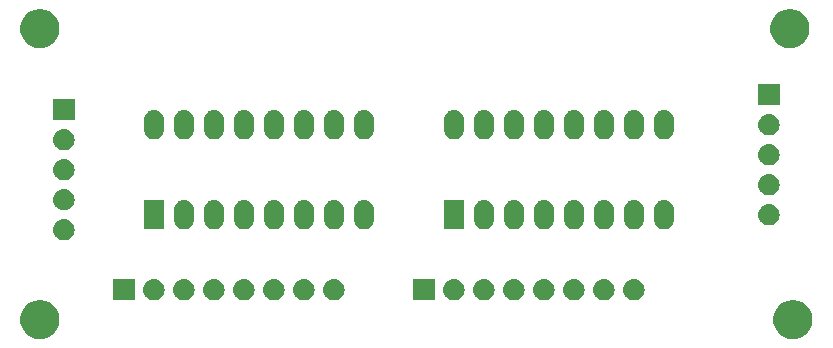
<source format=gts>
%TF.GenerationSoftware,KiCad,Pcbnew,(5.1.2-1)-1*%
%TF.CreationDate,2023-02-25T22:44:41-05:00*%
%TF.ProjectId,7seg,37736567-2e6b-4696-9361-645f70636258,rev?*%
%TF.SameCoordinates,Original*%
%TF.FileFunction,Soldermask,Top*%
%TF.FilePolarity,Negative*%
%FSLAX46Y46*%
G04 Gerber Fmt 4.6, Leading zero omitted, Abs format (unit mm)*
G04 Created by KiCad (PCBNEW (5.1.2-1)-1) date 2023-02-25 22:44:41*
%MOMM*%
%LPD*%
G04 APERTURE LIST*
%ADD10C,0.100000*%
G04 APERTURE END LIST*
D10*
G36*
X148457256Y28278702D02*
G01*
X148563579Y28257553D01*
X148864042Y28133097D01*
X149134451Y27952415D01*
X149364415Y27722451D01*
X149545097Y27452042D01*
X149669553Y27151579D01*
X149733000Y26832609D01*
X149733000Y26507391D01*
X149669553Y26188421D01*
X149545097Y25887958D01*
X149364415Y25617549D01*
X149134451Y25387585D01*
X148864042Y25206903D01*
X148563579Y25082447D01*
X148457256Y25061298D01*
X148244611Y25019000D01*
X147919389Y25019000D01*
X147706744Y25061298D01*
X147600421Y25082447D01*
X147299958Y25206903D01*
X147029549Y25387585D01*
X146799585Y25617549D01*
X146618903Y25887958D01*
X146494447Y26188421D01*
X146431000Y26507391D01*
X146431000Y26832609D01*
X146494447Y27151579D01*
X146618903Y27452042D01*
X146799585Y27722451D01*
X147029549Y27952415D01*
X147299958Y28133097D01*
X147600421Y28257553D01*
X147706744Y28278702D01*
X147919389Y28321000D01*
X148244611Y28321000D01*
X148457256Y28278702D01*
X148457256Y28278702D01*
G37*
G36*
X84703256Y28278702D02*
G01*
X84809579Y28257553D01*
X85110042Y28133097D01*
X85380451Y27952415D01*
X85610415Y27722451D01*
X85791097Y27452042D01*
X85915553Y27151579D01*
X85979000Y26832609D01*
X85979000Y26507391D01*
X85915553Y26188421D01*
X85791097Y25887958D01*
X85610415Y25617549D01*
X85380451Y25387585D01*
X85110042Y25206903D01*
X84809579Y25082447D01*
X84703256Y25061298D01*
X84490611Y25019000D01*
X84165389Y25019000D01*
X83952744Y25061298D01*
X83846421Y25082447D01*
X83545958Y25206903D01*
X83275549Y25387585D01*
X83045585Y25617549D01*
X82864903Y25887958D01*
X82740447Y26188421D01*
X82677000Y26507391D01*
X82677000Y26832609D01*
X82740447Y27151579D01*
X82864903Y27452042D01*
X83045585Y27722451D01*
X83275549Y27952415D01*
X83545958Y28133097D01*
X83846421Y28257553D01*
X83952744Y28278702D01*
X84165389Y28321000D01*
X84490611Y28321000D01*
X84703256Y28278702D01*
X84703256Y28278702D01*
G37*
G36*
X129650442Y30104482D02*
G01*
X129716627Y30097963D01*
X129886466Y30046443D01*
X130042991Y29962778D01*
X130078729Y29933448D01*
X130180186Y29850186D01*
X130263448Y29748729D01*
X130292778Y29712991D01*
X130376443Y29556466D01*
X130427963Y29386627D01*
X130445359Y29210000D01*
X130427963Y29033373D01*
X130376443Y28863534D01*
X130292778Y28707009D01*
X130263448Y28671271D01*
X130180186Y28569814D01*
X130078729Y28486552D01*
X130042991Y28457222D01*
X129886466Y28373557D01*
X129716627Y28322037D01*
X129650442Y28315518D01*
X129584260Y28309000D01*
X129495740Y28309000D01*
X129429558Y28315518D01*
X129363373Y28322037D01*
X129193534Y28373557D01*
X129037009Y28457222D01*
X129001271Y28486552D01*
X128899814Y28569814D01*
X128816552Y28671271D01*
X128787222Y28707009D01*
X128703557Y28863534D01*
X128652037Y29033373D01*
X128634641Y29210000D01*
X128652037Y29386627D01*
X128703557Y29556466D01*
X128787222Y29712991D01*
X128816552Y29748729D01*
X128899814Y29850186D01*
X129001271Y29933448D01*
X129037009Y29962778D01*
X129193534Y30046443D01*
X129363373Y30097963D01*
X129429558Y30104482D01*
X129495740Y30111000D01*
X129584260Y30111000D01*
X129650442Y30104482D01*
X129650442Y30104482D01*
G37*
G36*
X127110442Y30104482D02*
G01*
X127176627Y30097963D01*
X127346466Y30046443D01*
X127502991Y29962778D01*
X127538729Y29933448D01*
X127640186Y29850186D01*
X127723448Y29748729D01*
X127752778Y29712991D01*
X127836443Y29556466D01*
X127887963Y29386627D01*
X127905359Y29210000D01*
X127887963Y29033373D01*
X127836443Y28863534D01*
X127752778Y28707009D01*
X127723448Y28671271D01*
X127640186Y28569814D01*
X127538729Y28486552D01*
X127502991Y28457222D01*
X127346466Y28373557D01*
X127176627Y28322037D01*
X127110442Y28315518D01*
X127044260Y28309000D01*
X126955740Y28309000D01*
X126889558Y28315518D01*
X126823373Y28322037D01*
X126653534Y28373557D01*
X126497009Y28457222D01*
X126461271Y28486552D01*
X126359814Y28569814D01*
X126276552Y28671271D01*
X126247222Y28707009D01*
X126163557Y28863534D01*
X126112037Y29033373D01*
X126094641Y29210000D01*
X126112037Y29386627D01*
X126163557Y29556466D01*
X126247222Y29712991D01*
X126276552Y29748729D01*
X126359814Y29850186D01*
X126461271Y29933448D01*
X126497009Y29962778D01*
X126653534Y30046443D01*
X126823373Y30097963D01*
X126889558Y30104482D01*
X126955740Y30111000D01*
X127044260Y30111000D01*
X127110442Y30104482D01*
X127110442Y30104482D01*
G37*
G36*
X124570442Y30104482D02*
G01*
X124636627Y30097963D01*
X124806466Y30046443D01*
X124962991Y29962778D01*
X124998729Y29933448D01*
X125100186Y29850186D01*
X125183448Y29748729D01*
X125212778Y29712991D01*
X125296443Y29556466D01*
X125347963Y29386627D01*
X125365359Y29210000D01*
X125347963Y29033373D01*
X125296443Y28863534D01*
X125212778Y28707009D01*
X125183448Y28671271D01*
X125100186Y28569814D01*
X124998729Y28486552D01*
X124962991Y28457222D01*
X124806466Y28373557D01*
X124636627Y28322037D01*
X124570442Y28315518D01*
X124504260Y28309000D01*
X124415740Y28309000D01*
X124349558Y28315518D01*
X124283373Y28322037D01*
X124113534Y28373557D01*
X123957009Y28457222D01*
X123921271Y28486552D01*
X123819814Y28569814D01*
X123736552Y28671271D01*
X123707222Y28707009D01*
X123623557Y28863534D01*
X123572037Y29033373D01*
X123554641Y29210000D01*
X123572037Y29386627D01*
X123623557Y29556466D01*
X123707222Y29712991D01*
X123736552Y29748729D01*
X123819814Y29850186D01*
X123921271Y29933448D01*
X123957009Y29962778D01*
X124113534Y30046443D01*
X124283373Y30097963D01*
X124349558Y30104482D01*
X124415740Y30111000D01*
X124504260Y30111000D01*
X124570442Y30104482D01*
X124570442Y30104482D01*
G37*
G36*
X122030442Y30104482D02*
G01*
X122096627Y30097963D01*
X122266466Y30046443D01*
X122422991Y29962778D01*
X122458729Y29933448D01*
X122560186Y29850186D01*
X122643448Y29748729D01*
X122672778Y29712991D01*
X122756443Y29556466D01*
X122807963Y29386627D01*
X122825359Y29210000D01*
X122807963Y29033373D01*
X122756443Y28863534D01*
X122672778Y28707009D01*
X122643448Y28671271D01*
X122560186Y28569814D01*
X122458729Y28486552D01*
X122422991Y28457222D01*
X122266466Y28373557D01*
X122096627Y28322037D01*
X122030442Y28315518D01*
X121964260Y28309000D01*
X121875740Y28309000D01*
X121809558Y28315518D01*
X121743373Y28322037D01*
X121573534Y28373557D01*
X121417009Y28457222D01*
X121381271Y28486552D01*
X121279814Y28569814D01*
X121196552Y28671271D01*
X121167222Y28707009D01*
X121083557Y28863534D01*
X121032037Y29033373D01*
X121014641Y29210000D01*
X121032037Y29386627D01*
X121083557Y29556466D01*
X121167222Y29712991D01*
X121196552Y29748729D01*
X121279814Y29850186D01*
X121381271Y29933448D01*
X121417009Y29962778D01*
X121573534Y30046443D01*
X121743373Y30097963D01*
X121809558Y30104482D01*
X121875740Y30111000D01*
X121964260Y30111000D01*
X122030442Y30104482D01*
X122030442Y30104482D01*
G37*
G36*
X119490442Y30104482D02*
G01*
X119556627Y30097963D01*
X119726466Y30046443D01*
X119882991Y29962778D01*
X119918729Y29933448D01*
X120020186Y29850186D01*
X120103448Y29748729D01*
X120132778Y29712991D01*
X120216443Y29556466D01*
X120267963Y29386627D01*
X120285359Y29210000D01*
X120267963Y29033373D01*
X120216443Y28863534D01*
X120132778Y28707009D01*
X120103448Y28671271D01*
X120020186Y28569814D01*
X119918729Y28486552D01*
X119882991Y28457222D01*
X119726466Y28373557D01*
X119556627Y28322037D01*
X119490442Y28315518D01*
X119424260Y28309000D01*
X119335740Y28309000D01*
X119269558Y28315518D01*
X119203373Y28322037D01*
X119033534Y28373557D01*
X118877009Y28457222D01*
X118841271Y28486552D01*
X118739814Y28569814D01*
X118656552Y28671271D01*
X118627222Y28707009D01*
X118543557Y28863534D01*
X118492037Y29033373D01*
X118474641Y29210000D01*
X118492037Y29386627D01*
X118543557Y29556466D01*
X118627222Y29712991D01*
X118656552Y29748729D01*
X118739814Y29850186D01*
X118841271Y29933448D01*
X118877009Y29962778D01*
X119033534Y30046443D01*
X119203373Y30097963D01*
X119269558Y30104482D01*
X119335740Y30111000D01*
X119424260Y30111000D01*
X119490442Y30104482D01*
X119490442Y30104482D01*
G37*
G36*
X117741000Y28309000D02*
G01*
X115939000Y28309000D01*
X115939000Y30111000D01*
X117741000Y30111000D01*
X117741000Y28309000D01*
X117741000Y28309000D01*
G37*
G36*
X109330442Y30104482D02*
G01*
X109396627Y30097963D01*
X109566466Y30046443D01*
X109722991Y29962778D01*
X109758729Y29933448D01*
X109860186Y29850186D01*
X109943448Y29748729D01*
X109972778Y29712991D01*
X110056443Y29556466D01*
X110107963Y29386627D01*
X110125359Y29210000D01*
X110107963Y29033373D01*
X110056443Y28863534D01*
X109972778Y28707009D01*
X109943448Y28671271D01*
X109860186Y28569814D01*
X109758729Y28486552D01*
X109722991Y28457222D01*
X109566466Y28373557D01*
X109396627Y28322037D01*
X109330442Y28315518D01*
X109264260Y28309000D01*
X109175740Y28309000D01*
X109109558Y28315518D01*
X109043373Y28322037D01*
X108873534Y28373557D01*
X108717009Y28457222D01*
X108681271Y28486552D01*
X108579814Y28569814D01*
X108496552Y28671271D01*
X108467222Y28707009D01*
X108383557Y28863534D01*
X108332037Y29033373D01*
X108314641Y29210000D01*
X108332037Y29386627D01*
X108383557Y29556466D01*
X108467222Y29712991D01*
X108496552Y29748729D01*
X108579814Y29850186D01*
X108681271Y29933448D01*
X108717009Y29962778D01*
X108873534Y30046443D01*
X109043373Y30097963D01*
X109109558Y30104482D01*
X109175740Y30111000D01*
X109264260Y30111000D01*
X109330442Y30104482D01*
X109330442Y30104482D01*
G37*
G36*
X106790442Y30104482D02*
G01*
X106856627Y30097963D01*
X107026466Y30046443D01*
X107182991Y29962778D01*
X107218729Y29933448D01*
X107320186Y29850186D01*
X107403448Y29748729D01*
X107432778Y29712991D01*
X107516443Y29556466D01*
X107567963Y29386627D01*
X107585359Y29210000D01*
X107567963Y29033373D01*
X107516443Y28863534D01*
X107432778Y28707009D01*
X107403448Y28671271D01*
X107320186Y28569814D01*
X107218729Y28486552D01*
X107182991Y28457222D01*
X107026466Y28373557D01*
X106856627Y28322037D01*
X106790442Y28315518D01*
X106724260Y28309000D01*
X106635740Y28309000D01*
X106569558Y28315518D01*
X106503373Y28322037D01*
X106333534Y28373557D01*
X106177009Y28457222D01*
X106141271Y28486552D01*
X106039814Y28569814D01*
X105956552Y28671271D01*
X105927222Y28707009D01*
X105843557Y28863534D01*
X105792037Y29033373D01*
X105774641Y29210000D01*
X105792037Y29386627D01*
X105843557Y29556466D01*
X105927222Y29712991D01*
X105956552Y29748729D01*
X106039814Y29850186D01*
X106141271Y29933448D01*
X106177009Y29962778D01*
X106333534Y30046443D01*
X106503373Y30097963D01*
X106569558Y30104482D01*
X106635740Y30111000D01*
X106724260Y30111000D01*
X106790442Y30104482D01*
X106790442Y30104482D01*
G37*
G36*
X104250442Y30104482D02*
G01*
X104316627Y30097963D01*
X104486466Y30046443D01*
X104642991Y29962778D01*
X104678729Y29933448D01*
X104780186Y29850186D01*
X104863448Y29748729D01*
X104892778Y29712991D01*
X104976443Y29556466D01*
X105027963Y29386627D01*
X105045359Y29210000D01*
X105027963Y29033373D01*
X104976443Y28863534D01*
X104892778Y28707009D01*
X104863448Y28671271D01*
X104780186Y28569814D01*
X104678729Y28486552D01*
X104642991Y28457222D01*
X104486466Y28373557D01*
X104316627Y28322037D01*
X104250442Y28315518D01*
X104184260Y28309000D01*
X104095740Y28309000D01*
X104029558Y28315518D01*
X103963373Y28322037D01*
X103793534Y28373557D01*
X103637009Y28457222D01*
X103601271Y28486552D01*
X103499814Y28569814D01*
X103416552Y28671271D01*
X103387222Y28707009D01*
X103303557Y28863534D01*
X103252037Y29033373D01*
X103234641Y29210000D01*
X103252037Y29386627D01*
X103303557Y29556466D01*
X103387222Y29712991D01*
X103416552Y29748729D01*
X103499814Y29850186D01*
X103601271Y29933448D01*
X103637009Y29962778D01*
X103793534Y30046443D01*
X103963373Y30097963D01*
X104029558Y30104482D01*
X104095740Y30111000D01*
X104184260Y30111000D01*
X104250442Y30104482D01*
X104250442Y30104482D01*
G37*
G36*
X101710442Y30104482D02*
G01*
X101776627Y30097963D01*
X101946466Y30046443D01*
X102102991Y29962778D01*
X102138729Y29933448D01*
X102240186Y29850186D01*
X102323448Y29748729D01*
X102352778Y29712991D01*
X102436443Y29556466D01*
X102487963Y29386627D01*
X102505359Y29210000D01*
X102487963Y29033373D01*
X102436443Y28863534D01*
X102352778Y28707009D01*
X102323448Y28671271D01*
X102240186Y28569814D01*
X102138729Y28486552D01*
X102102991Y28457222D01*
X101946466Y28373557D01*
X101776627Y28322037D01*
X101710442Y28315518D01*
X101644260Y28309000D01*
X101555740Y28309000D01*
X101489558Y28315518D01*
X101423373Y28322037D01*
X101253534Y28373557D01*
X101097009Y28457222D01*
X101061271Y28486552D01*
X100959814Y28569814D01*
X100876552Y28671271D01*
X100847222Y28707009D01*
X100763557Y28863534D01*
X100712037Y29033373D01*
X100694641Y29210000D01*
X100712037Y29386627D01*
X100763557Y29556466D01*
X100847222Y29712991D01*
X100876552Y29748729D01*
X100959814Y29850186D01*
X101061271Y29933448D01*
X101097009Y29962778D01*
X101253534Y30046443D01*
X101423373Y30097963D01*
X101489558Y30104482D01*
X101555740Y30111000D01*
X101644260Y30111000D01*
X101710442Y30104482D01*
X101710442Y30104482D01*
G37*
G36*
X99170442Y30104482D02*
G01*
X99236627Y30097963D01*
X99406466Y30046443D01*
X99562991Y29962778D01*
X99598729Y29933448D01*
X99700186Y29850186D01*
X99783448Y29748729D01*
X99812778Y29712991D01*
X99896443Y29556466D01*
X99947963Y29386627D01*
X99965359Y29210000D01*
X99947963Y29033373D01*
X99896443Y28863534D01*
X99812778Y28707009D01*
X99783448Y28671271D01*
X99700186Y28569814D01*
X99598729Y28486552D01*
X99562991Y28457222D01*
X99406466Y28373557D01*
X99236627Y28322037D01*
X99170442Y28315518D01*
X99104260Y28309000D01*
X99015740Y28309000D01*
X98949558Y28315518D01*
X98883373Y28322037D01*
X98713534Y28373557D01*
X98557009Y28457222D01*
X98521271Y28486552D01*
X98419814Y28569814D01*
X98336552Y28671271D01*
X98307222Y28707009D01*
X98223557Y28863534D01*
X98172037Y29033373D01*
X98154641Y29210000D01*
X98172037Y29386627D01*
X98223557Y29556466D01*
X98307222Y29712991D01*
X98336552Y29748729D01*
X98419814Y29850186D01*
X98521271Y29933448D01*
X98557009Y29962778D01*
X98713534Y30046443D01*
X98883373Y30097963D01*
X98949558Y30104482D01*
X99015740Y30111000D01*
X99104260Y30111000D01*
X99170442Y30104482D01*
X99170442Y30104482D01*
G37*
G36*
X96630442Y30104482D02*
G01*
X96696627Y30097963D01*
X96866466Y30046443D01*
X97022991Y29962778D01*
X97058729Y29933448D01*
X97160186Y29850186D01*
X97243448Y29748729D01*
X97272778Y29712991D01*
X97356443Y29556466D01*
X97407963Y29386627D01*
X97425359Y29210000D01*
X97407963Y29033373D01*
X97356443Y28863534D01*
X97272778Y28707009D01*
X97243448Y28671271D01*
X97160186Y28569814D01*
X97058729Y28486552D01*
X97022991Y28457222D01*
X96866466Y28373557D01*
X96696627Y28322037D01*
X96630442Y28315518D01*
X96564260Y28309000D01*
X96475740Y28309000D01*
X96409558Y28315518D01*
X96343373Y28322037D01*
X96173534Y28373557D01*
X96017009Y28457222D01*
X95981271Y28486552D01*
X95879814Y28569814D01*
X95796552Y28671271D01*
X95767222Y28707009D01*
X95683557Y28863534D01*
X95632037Y29033373D01*
X95614641Y29210000D01*
X95632037Y29386627D01*
X95683557Y29556466D01*
X95767222Y29712991D01*
X95796552Y29748729D01*
X95879814Y29850186D01*
X95981271Y29933448D01*
X96017009Y29962778D01*
X96173534Y30046443D01*
X96343373Y30097963D01*
X96409558Y30104482D01*
X96475740Y30111000D01*
X96564260Y30111000D01*
X96630442Y30104482D01*
X96630442Y30104482D01*
G37*
G36*
X94090442Y30104482D02*
G01*
X94156627Y30097963D01*
X94326466Y30046443D01*
X94482991Y29962778D01*
X94518729Y29933448D01*
X94620186Y29850186D01*
X94703448Y29748729D01*
X94732778Y29712991D01*
X94816443Y29556466D01*
X94867963Y29386627D01*
X94885359Y29210000D01*
X94867963Y29033373D01*
X94816443Y28863534D01*
X94732778Y28707009D01*
X94703448Y28671271D01*
X94620186Y28569814D01*
X94518729Y28486552D01*
X94482991Y28457222D01*
X94326466Y28373557D01*
X94156627Y28322037D01*
X94090442Y28315518D01*
X94024260Y28309000D01*
X93935740Y28309000D01*
X93869558Y28315518D01*
X93803373Y28322037D01*
X93633534Y28373557D01*
X93477009Y28457222D01*
X93441271Y28486552D01*
X93339814Y28569814D01*
X93256552Y28671271D01*
X93227222Y28707009D01*
X93143557Y28863534D01*
X93092037Y29033373D01*
X93074641Y29210000D01*
X93092037Y29386627D01*
X93143557Y29556466D01*
X93227222Y29712991D01*
X93256552Y29748729D01*
X93339814Y29850186D01*
X93441271Y29933448D01*
X93477009Y29962778D01*
X93633534Y30046443D01*
X93803373Y30097963D01*
X93869558Y30104482D01*
X93935740Y30111000D01*
X94024260Y30111000D01*
X94090442Y30104482D01*
X94090442Y30104482D01*
G37*
G36*
X92341000Y28309000D02*
G01*
X90539000Y28309000D01*
X90539000Y30111000D01*
X92341000Y30111000D01*
X92341000Y28309000D01*
X92341000Y28309000D01*
G37*
G36*
X134730442Y30104482D02*
G01*
X134796627Y30097963D01*
X134966466Y30046443D01*
X135122991Y29962778D01*
X135158729Y29933448D01*
X135260186Y29850186D01*
X135343448Y29748729D01*
X135372778Y29712991D01*
X135456443Y29556466D01*
X135507963Y29386627D01*
X135525359Y29210000D01*
X135507963Y29033373D01*
X135456443Y28863534D01*
X135372778Y28707009D01*
X135343448Y28671271D01*
X135260186Y28569814D01*
X135158729Y28486552D01*
X135122991Y28457222D01*
X134966466Y28373557D01*
X134796627Y28322037D01*
X134730442Y28315518D01*
X134664260Y28309000D01*
X134575740Y28309000D01*
X134509558Y28315518D01*
X134443373Y28322037D01*
X134273534Y28373557D01*
X134117009Y28457222D01*
X134081271Y28486552D01*
X133979814Y28569814D01*
X133896552Y28671271D01*
X133867222Y28707009D01*
X133783557Y28863534D01*
X133732037Y29033373D01*
X133714641Y29210000D01*
X133732037Y29386627D01*
X133783557Y29556466D01*
X133867222Y29712991D01*
X133896552Y29748729D01*
X133979814Y29850186D01*
X134081271Y29933448D01*
X134117009Y29962778D01*
X134273534Y30046443D01*
X134443373Y30097963D01*
X134509558Y30104482D01*
X134575740Y30111000D01*
X134664260Y30111000D01*
X134730442Y30104482D01*
X134730442Y30104482D01*
G37*
G36*
X132190442Y30104482D02*
G01*
X132256627Y30097963D01*
X132426466Y30046443D01*
X132582991Y29962778D01*
X132618729Y29933448D01*
X132720186Y29850186D01*
X132803448Y29748729D01*
X132832778Y29712991D01*
X132916443Y29556466D01*
X132967963Y29386627D01*
X132985359Y29210000D01*
X132967963Y29033373D01*
X132916443Y28863534D01*
X132832778Y28707009D01*
X132803448Y28671271D01*
X132720186Y28569814D01*
X132618729Y28486552D01*
X132582991Y28457222D01*
X132426466Y28373557D01*
X132256627Y28322037D01*
X132190442Y28315518D01*
X132124260Y28309000D01*
X132035740Y28309000D01*
X131969558Y28315518D01*
X131903373Y28322037D01*
X131733534Y28373557D01*
X131577009Y28457222D01*
X131541271Y28486552D01*
X131439814Y28569814D01*
X131356552Y28671271D01*
X131327222Y28707009D01*
X131243557Y28863534D01*
X131192037Y29033373D01*
X131174641Y29210000D01*
X131192037Y29386627D01*
X131243557Y29556466D01*
X131327222Y29712991D01*
X131356552Y29748729D01*
X131439814Y29850186D01*
X131541271Y29933448D01*
X131577009Y29962778D01*
X131733534Y30046443D01*
X131903373Y30097963D01*
X131969558Y30104482D01*
X132035740Y30111000D01*
X132124260Y30111000D01*
X132190442Y30104482D01*
X132190442Y30104482D01*
G37*
G36*
X86470442Y35184482D02*
G01*
X86536627Y35177963D01*
X86706466Y35126443D01*
X86706468Y35126442D01*
X86721893Y35118197D01*
X86862991Y35042778D01*
X86898729Y35013448D01*
X87000186Y34930186D01*
X87080139Y34832761D01*
X87112778Y34792991D01*
X87196443Y34636466D01*
X87247963Y34466627D01*
X87265359Y34290000D01*
X87247963Y34113373D01*
X87196443Y33943534D01*
X87112778Y33787009D01*
X87083448Y33751271D01*
X87000186Y33649814D01*
X86898729Y33566552D01*
X86862991Y33537222D01*
X86706466Y33453557D01*
X86536627Y33402037D01*
X86470442Y33395518D01*
X86404260Y33389000D01*
X86315740Y33389000D01*
X86249558Y33395518D01*
X86183373Y33402037D01*
X86013534Y33453557D01*
X85857009Y33537222D01*
X85821271Y33566552D01*
X85719814Y33649814D01*
X85636552Y33751271D01*
X85607222Y33787009D01*
X85523557Y33943534D01*
X85472037Y34113373D01*
X85454641Y34290000D01*
X85472037Y34466627D01*
X85523557Y34636466D01*
X85607222Y34792991D01*
X85639861Y34832761D01*
X85719814Y34930186D01*
X85821271Y35013448D01*
X85857009Y35042778D01*
X85998107Y35118197D01*
X86013532Y35126442D01*
X86013534Y35126443D01*
X86183373Y35177963D01*
X86249558Y35184482D01*
X86315740Y35191000D01*
X86404260Y35191000D01*
X86470442Y35184482D01*
X86470442Y35184482D01*
G37*
G36*
X132246822Y36798687D02*
G01*
X132407241Y36750024D01*
X132555077Y36671005D01*
X132684659Y36564659D01*
X132791004Y36435078D01*
X132791005Y36435076D01*
X132870024Y36287242D01*
X132918687Y36126823D01*
X132931000Y36001804D01*
X132931000Y35118197D01*
X132918687Y34993178D01*
X132870024Y34832758D01*
X132856374Y34807221D01*
X132791004Y34684922D01*
X132684659Y34555341D01*
X132555078Y34448996D01*
X132555076Y34448995D01*
X132407242Y34369976D01*
X132246823Y34321313D01*
X132080000Y34304883D01*
X131913178Y34321313D01*
X131752759Y34369976D01*
X131604925Y34448995D01*
X131604923Y34448996D01*
X131475342Y34555341D01*
X131368997Y34684922D01*
X131303627Y34807221D01*
X131289977Y34832758D01*
X131241314Y34993177D01*
X131229000Y35118197D01*
X131229000Y36001803D01*
X131241313Y36126822D01*
X131289976Y36287241D01*
X131368995Y36435077D01*
X131475341Y36564659D01*
X131583439Y36653373D01*
X131604922Y36671004D01*
X131620094Y36679114D01*
X131752758Y36750024D01*
X131913177Y36798687D01*
X132080000Y36815117D01*
X132246822Y36798687D01*
X132246822Y36798687D01*
G37*
G36*
X137326822Y36798687D02*
G01*
X137487241Y36750024D01*
X137635077Y36671005D01*
X137764659Y36564659D01*
X137871004Y36435078D01*
X137871005Y36435076D01*
X137950024Y36287242D01*
X137998687Y36126823D01*
X138011000Y36001804D01*
X138011000Y35118197D01*
X137998687Y34993178D01*
X137950024Y34832758D01*
X137936374Y34807221D01*
X137871004Y34684922D01*
X137764659Y34555341D01*
X137635078Y34448996D01*
X137635076Y34448995D01*
X137487242Y34369976D01*
X137326823Y34321313D01*
X137160000Y34304883D01*
X136993178Y34321313D01*
X136832759Y34369976D01*
X136684925Y34448995D01*
X136684923Y34448996D01*
X136555342Y34555341D01*
X136448997Y34684922D01*
X136383627Y34807221D01*
X136369977Y34832758D01*
X136321314Y34993177D01*
X136309000Y35118197D01*
X136309000Y36001803D01*
X136321313Y36126822D01*
X136369976Y36287241D01*
X136448995Y36435077D01*
X136555341Y36564659D01*
X136663439Y36653373D01*
X136684922Y36671004D01*
X136700094Y36679114D01*
X136832758Y36750024D01*
X136993177Y36798687D01*
X137160000Y36815117D01*
X137326822Y36798687D01*
X137326822Y36798687D01*
G37*
G36*
X134786822Y36798687D02*
G01*
X134947241Y36750024D01*
X135095077Y36671005D01*
X135224659Y36564659D01*
X135331004Y36435078D01*
X135331005Y36435076D01*
X135410024Y36287242D01*
X135458687Y36126823D01*
X135471000Y36001804D01*
X135471000Y35118197D01*
X135458687Y34993178D01*
X135410024Y34832758D01*
X135396374Y34807221D01*
X135331004Y34684922D01*
X135224659Y34555341D01*
X135095078Y34448996D01*
X135095076Y34448995D01*
X134947242Y34369976D01*
X134786823Y34321313D01*
X134620000Y34304883D01*
X134453178Y34321313D01*
X134292759Y34369976D01*
X134144925Y34448995D01*
X134144923Y34448996D01*
X134015342Y34555341D01*
X133908997Y34684922D01*
X133843627Y34807221D01*
X133829977Y34832758D01*
X133781314Y34993177D01*
X133769000Y35118197D01*
X133769000Y36001803D01*
X133781313Y36126822D01*
X133829976Y36287241D01*
X133908995Y36435077D01*
X134015341Y36564659D01*
X134123439Y36653373D01*
X134144922Y36671004D01*
X134160094Y36679114D01*
X134292758Y36750024D01*
X134453177Y36798687D01*
X134620000Y36815117D01*
X134786822Y36798687D01*
X134786822Y36798687D01*
G37*
G36*
X129706822Y36798687D02*
G01*
X129867241Y36750024D01*
X130015077Y36671005D01*
X130144659Y36564659D01*
X130251004Y36435078D01*
X130251005Y36435076D01*
X130330024Y36287242D01*
X130378687Y36126823D01*
X130391000Y36001804D01*
X130391000Y35118197D01*
X130378687Y34993178D01*
X130330024Y34832758D01*
X130316374Y34807221D01*
X130251004Y34684922D01*
X130144659Y34555341D01*
X130015078Y34448996D01*
X130015076Y34448995D01*
X129867242Y34369976D01*
X129706823Y34321313D01*
X129540000Y34304883D01*
X129373178Y34321313D01*
X129212759Y34369976D01*
X129064925Y34448995D01*
X129064923Y34448996D01*
X128935342Y34555341D01*
X128828997Y34684922D01*
X128763627Y34807221D01*
X128749977Y34832758D01*
X128701314Y34993177D01*
X128689000Y35118197D01*
X128689000Y36001803D01*
X128701313Y36126822D01*
X128749976Y36287241D01*
X128828995Y36435077D01*
X128935341Y36564659D01*
X129043439Y36653373D01*
X129064922Y36671004D01*
X129080094Y36679114D01*
X129212758Y36750024D01*
X129373177Y36798687D01*
X129540000Y36815117D01*
X129706822Y36798687D01*
X129706822Y36798687D01*
G37*
G36*
X127166822Y36798687D02*
G01*
X127327241Y36750024D01*
X127475077Y36671005D01*
X127604659Y36564659D01*
X127711004Y36435078D01*
X127711005Y36435076D01*
X127790024Y36287242D01*
X127838687Y36126823D01*
X127851000Y36001804D01*
X127851000Y35118197D01*
X127838687Y34993178D01*
X127790024Y34832758D01*
X127776374Y34807221D01*
X127711004Y34684922D01*
X127604659Y34555341D01*
X127475078Y34448996D01*
X127475076Y34448995D01*
X127327242Y34369976D01*
X127166823Y34321313D01*
X127000000Y34304883D01*
X126833178Y34321313D01*
X126672759Y34369976D01*
X126524925Y34448995D01*
X126524923Y34448996D01*
X126395342Y34555341D01*
X126288997Y34684922D01*
X126223627Y34807221D01*
X126209977Y34832758D01*
X126161314Y34993177D01*
X126149000Y35118197D01*
X126149000Y36001803D01*
X126161313Y36126822D01*
X126209976Y36287241D01*
X126288995Y36435077D01*
X126395341Y36564659D01*
X126503439Y36653373D01*
X126524922Y36671004D01*
X126540094Y36679114D01*
X126672758Y36750024D01*
X126833177Y36798687D01*
X127000000Y36815117D01*
X127166822Y36798687D01*
X127166822Y36798687D01*
G37*
G36*
X124626822Y36798687D02*
G01*
X124787241Y36750024D01*
X124935077Y36671005D01*
X125064659Y36564659D01*
X125171004Y36435078D01*
X125171005Y36435076D01*
X125250024Y36287242D01*
X125298687Y36126823D01*
X125311000Y36001804D01*
X125311000Y35118197D01*
X125298687Y34993178D01*
X125250024Y34832758D01*
X125236374Y34807221D01*
X125171004Y34684922D01*
X125064659Y34555341D01*
X124935078Y34448996D01*
X124935076Y34448995D01*
X124787242Y34369976D01*
X124626823Y34321313D01*
X124460000Y34304883D01*
X124293178Y34321313D01*
X124132759Y34369976D01*
X123984925Y34448995D01*
X123984923Y34448996D01*
X123855342Y34555341D01*
X123748997Y34684922D01*
X123683627Y34807221D01*
X123669977Y34832758D01*
X123621314Y34993177D01*
X123609000Y35118197D01*
X123609000Y36001803D01*
X123621313Y36126822D01*
X123669976Y36287241D01*
X123748995Y36435077D01*
X123855341Y36564659D01*
X123963439Y36653373D01*
X123984922Y36671004D01*
X124000094Y36679114D01*
X124132758Y36750024D01*
X124293177Y36798687D01*
X124460000Y36815117D01*
X124626822Y36798687D01*
X124626822Y36798687D01*
G37*
G36*
X122086822Y36798687D02*
G01*
X122247241Y36750024D01*
X122395077Y36671005D01*
X122524659Y36564659D01*
X122631004Y36435078D01*
X122631005Y36435076D01*
X122710024Y36287242D01*
X122758687Y36126823D01*
X122771000Y36001804D01*
X122771000Y35118197D01*
X122758687Y34993178D01*
X122710024Y34832758D01*
X122696374Y34807221D01*
X122631004Y34684922D01*
X122524659Y34555341D01*
X122395078Y34448996D01*
X122395076Y34448995D01*
X122247242Y34369976D01*
X122086823Y34321313D01*
X121920000Y34304883D01*
X121753178Y34321313D01*
X121592759Y34369976D01*
X121444925Y34448995D01*
X121444923Y34448996D01*
X121315342Y34555341D01*
X121208997Y34684922D01*
X121143627Y34807221D01*
X121129977Y34832758D01*
X121081314Y34993177D01*
X121069000Y35118197D01*
X121069000Y36001803D01*
X121081313Y36126822D01*
X121129976Y36287241D01*
X121208995Y36435077D01*
X121315341Y36564659D01*
X121423439Y36653373D01*
X121444922Y36671004D01*
X121460094Y36679114D01*
X121592758Y36750024D01*
X121753177Y36798687D01*
X121920000Y36815117D01*
X122086822Y36798687D01*
X122086822Y36798687D01*
G37*
G36*
X111926822Y36798687D02*
G01*
X112087241Y36750024D01*
X112235077Y36671005D01*
X112364659Y36564659D01*
X112471004Y36435078D01*
X112471005Y36435076D01*
X112550024Y36287242D01*
X112598687Y36126823D01*
X112611000Y36001804D01*
X112611000Y35118197D01*
X112598687Y34993178D01*
X112550024Y34832758D01*
X112536374Y34807221D01*
X112471004Y34684922D01*
X112364659Y34555341D01*
X112235078Y34448996D01*
X112235076Y34448995D01*
X112087242Y34369976D01*
X111926823Y34321313D01*
X111760000Y34304883D01*
X111593178Y34321313D01*
X111432759Y34369976D01*
X111284925Y34448995D01*
X111284923Y34448996D01*
X111155342Y34555341D01*
X111048997Y34684922D01*
X110983627Y34807221D01*
X110969977Y34832758D01*
X110921314Y34993177D01*
X110909000Y35118197D01*
X110909000Y36001803D01*
X110921313Y36126822D01*
X110969976Y36287241D01*
X111048995Y36435077D01*
X111155341Y36564659D01*
X111263439Y36653373D01*
X111284922Y36671004D01*
X111300094Y36679114D01*
X111432758Y36750024D01*
X111593177Y36798687D01*
X111760000Y36815117D01*
X111926822Y36798687D01*
X111926822Y36798687D01*
G37*
G36*
X109386822Y36798687D02*
G01*
X109547241Y36750024D01*
X109695077Y36671005D01*
X109824659Y36564659D01*
X109931004Y36435078D01*
X109931005Y36435076D01*
X110010024Y36287242D01*
X110058687Y36126823D01*
X110071000Y36001804D01*
X110071000Y35118197D01*
X110058687Y34993178D01*
X110010024Y34832758D01*
X109996374Y34807221D01*
X109931004Y34684922D01*
X109824659Y34555341D01*
X109695078Y34448996D01*
X109695076Y34448995D01*
X109547242Y34369976D01*
X109386823Y34321313D01*
X109220000Y34304883D01*
X109053178Y34321313D01*
X108892759Y34369976D01*
X108744925Y34448995D01*
X108744923Y34448996D01*
X108615342Y34555341D01*
X108508997Y34684922D01*
X108443627Y34807221D01*
X108429977Y34832758D01*
X108381314Y34993177D01*
X108369000Y35118197D01*
X108369000Y36001803D01*
X108381313Y36126822D01*
X108429976Y36287241D01*
X108508995Y36435077D01*
X108615341Y36564659D01*
X108723439Y36653373D01*
X108744922Y36671004D01*
X108760094Y36679114D01*
X108892758Y36750024D01*
X109053177Y36798687D01*
X109220000Y36815117D01*
X109386822Y36798687D01*
X109386822Y36798687D01*
G37*
G36*
X106846822Y36798687D02*
G01*
X107007241Y36750024D01*
X107155077Y36671005D01*
X107284659Y36564659D01*
X107391004Y36435078D01*
X107391005Y36435076D01*
X107470024Y36287242D01*
X107518687Y36126823D01*
X107531000Y36001804D01*
X107531000Y35118197D01*
X107518687Y34993178D01*
X107470024Y34832758D01*
X107456374Y34807221D01*
X107391004Y34684922D01*
X107284659Y34555341D01*
X107155078Y34448996D01*
X107155076Y34448995D01*
X107007242Y34369976D01*
X106846823Y34321313D01*
X106680000Y34304883D01*
X106513178Y34321313D01*
X106352759Y34369976D01*
X106204925Y34448995D01*
X106204923Y34448996D01*
X106075342Y34555341D01*
X105968997Y34684922D01*
X105903627Y34807221D01*
X105889977Y34832758D01*
X105841314Y34993177D01*
X105829000Y35118197D01*
X105829000Y36001803D01*
X105841313Y36126822D01*
X105889976Y36287241D01*
X105968995Y36435077D01*
X106075341Y36564659D01*
X106183439Y36653373D01*
X106204922Y36671004D01*
X106220094Y36679114D01*
X106352758Y36750024D01*
X106513177Y36798687D01*
X106680000Y36815117D01*
X106846822Y36798687D01*
X106846822Y36798687D01*
G37*
G36*
X96686822Y36798687D02*
G01*
X96847241Y36750024D01*
X96995077Y36671005D01*
X97124659Y36564659D01*
X97231004Y36435078D01*
X97231005Y36435076D01*
X97310024Y36287242D01*
X97358687Y36126823D01*
X97371000Y36001804D01*
X97371000Y35118197D01*
X97358687Y34993178D01*
X97310024Y34832758D01*
X97296374Y34807221D01*
X97231004Y34684922D01*
X97124659Y34555341D01*
X96995078Y34448996D01*
X96995076Y34448995D01*
X96847242Y34369976D01*
X96686823Y34321313D01*
X96520000Y34304883D01*
X96353178Y34321313D01*
X96192759Y34369976D01*
X96044925Y34448995D01*
X96044923Y34448996D01*
X95915342Y34555341D01*
X95808997Y34684922D01*
X95743627Y34807221D01*
X95729977Y34832758D01*
X95681314Y34993177D01*
X95669000Y35118197D01*
X95669000Y36001803D01*
X95681313Y36126822D01*
X95729976Y36287241D01*
X95808995Y36435077D01*
X95915341Y36564659D01*
X96023439Y36653373D01*
X96044922Y36671004D01*
X96060094Y36679114D01*
X96192758Y36750024D01*
X96353177Y36798687D01*
X96520000Y36815117D01*
X96686822Y36798687D01*
X96686822Y36798687D01*
G37*
G36*
X99226822Y36798687D02*
G01*
X99387241Y36750024D01*
X99535077Y36671005D01*
X99664659Y36564659D01*
X99771004Y36435078D01*
X99771005Y36435076D01*
X99850024Y36287242D01*
X99898687Y36126823D01*
X99911000Y36001804D01*
X99911000Y35118197D01*
X99898687Y34993178D01*
X99850024Y34832758D01*
X99836374Y34807221D01*
X99771004Y34684922D01*
X99664659Y34555341D01*
X99535078Y34448996D01*
X99535076Y34448995D01*
X99387242Y34369976D01*
X99226823Y34321313D01*
X99060000Y34304883D01*
X98893178Y34321313D01*
X98732759Y34369976D01*
X98584925Y34448995D01*
X98584923Y34448996D01*
X98455342Y34555341D01*
X98348997Y34684922D01*
X98283627Y34807221D01*
X98269977Y34832758D01*
X98221314Y34993177D01*
X98209000Y35118197D01*
X98209000Y36001803D01*
X98221313Y36126822D01*
X98269976Y36287241D01*
X98348995Y36435077D01*
X98455341Y36564659D01*
X98563439Y36653373D01*
X98584922Y36671004D01*
X98600094Y36679114D01*
X98732758Y36750024D01*
X98893177Y36798687D01*
X99060000Y36815117D01*
X99226822Y36798687D01*
X99226822Y36798687D01*
G37*
G36*
X101766822Y36798687D02*
G01*
X101927241Y36750024D01*
X102075077Y36671005D01*
X102204659Y36564659D01*
X102311004Y36435078D01*
X102311005Y36435076D01*
X102390024Y36287242D01*
X102438687Y36126823D01*
X102451000Y36001804D01*
X102451000Y35118197D01*
X102438687Y34993178D01*
X102390024Y34832758D01*
X102376374Y34807221D01*
X102311004Y34684922D01*
X102204659Y34555341D01*
X102075078Y34448996D01*
X102075076Y34448995D01*
X101927242Y34369976D01*
X101766823Y34321313D01*
X101600000Y34304883D01*
X101433178Y34321313D01*
X101272759Y34369976D01*
X101124925Y34448995D01*
X101124923Y34448996D01*
X100995342Y34555341D01*
X100888997Y34684922D01*
X100823627Y34807221D01*
X100809977Y34832758D01*
X100761314Y34993177D01*
X100749000Y35118197D01*
X100749000Y36001803D01*
X100761313Y36126822D01*
X100809976Y36287241D01*
X100888995Y36435077D01*
X100995341Y36564659D01*
X101103439Y36653373D01*
X101124922Y36671004D01*
X101140094Y36679114D01*
X101272758Y36750024D01*
X101433177Y36798687D01*
X101600000Y36815117D01*
X101766822Y36798687D01*
X101766822Y36798687D01*
G37*
G36*
X104306822Y36798687D02*
G01*
X104467241Y36750024D01*
X104615077Y36671005D01*
X104744659Y36564659D01*
X104851004Y36435078D01*
X104851005Y36435076D01*
X104930024Y36287242D01*
X104978687Y36126823D01*
X104991000Y36001804D01*
X104991000Y35118197D01*
X104978687Y34993178D01*
X104930024Y34832758D01*
X104916374Y34807221D01*
X104851004Y34684922D01*
X104744659Y34555341D01*
X104615078Y34448996D01*
X104615076Y34448995D01*
X104467242Y34369976D01*
X104306823Y34321313D01*
X104140000Y34304883D01*
X103973178Y34321313D01*
X103812759Y34369976D01*
X103664925Y34448995D01*
X103664923Y34448996D01*
X103535342Y34555341D01*
X103428997Y34684922D01*
X103363627Y34807221D01*
X103349977Y34832758D01*
X103301314Y34993177D01*
X103289000Y35118197D01*
X103289000Y36001803D01*
X103301313Y36126822D01*
X103349976Y36287241D01*
X103428995Y36435077D01*
X103535341Y36564659D01*
X103643439Y36653373D01*
X103664922Y36671004D01*
X103680094Y36679114D01*
X103812758Y36750024D01*
X103973177Y36798687D01*
X104140000Y36815117D01*
X104306822Y36798687D01*
X104306822Y36798687D01*
G37*
G36*
X94831000Y34309000D02*
G01*
X93129000Y34309000D01*
X93129000Y36811000D01*
X94831000Y36811000D01*
X94831000Y34309000D01*
X94831000Y34309000D01*
G37*
G36*
X120231000Y34309000D02*
G01*
X118529000Y34309000D01*
X118529000Y36811000D01*
X120231000Y36811000D01*
X120231000Y34309000D01*
X120231000Y34309000D01*
G37*
G36*
X146160442Y36454482D02*
G01*
X146226627Y36447963D01*
X146396466Y36396443D01*
X146552991Y36312778D01*
X146584106Y36287242D01*
X146690186Y36200186D01*
X146750393Y36126822D01*
X146802778Y36062991D01*
X146886443Y35906466D01*
X146937963Y35736627D01*
X146955359Y35560000D01*
X146937963Y35383373D01*
X146886443Y35213534D01*
X146802778Y35057009D01*
X146773448Y35021271D01*
X146690186Y34919814D01*
X146588729Y34836552D01*
X146552991Y34807222D01*
X146396466Y34723557D01*
X146226627Y34672037D01*
X146160443Y34665519D01*
X146094260Y34659000D01*
X146005740Y34659000D01*
X145939557Y34665519D01*
X145873373Y34672037D01*
X145703534Y34723557D01*
X145547009Y34807222D01*
X145511271Y34836552D01*
X145409814Y34919814D01*
X145326552Y35021271D01*
X145297222Y35057009D01*
X145213557Y35213534D01*
X145162037Y35383373D01*
X145144641Y35560000D01*
X145162037Y35736627D01*
X145213557Y35906466D01*
X145297222Y36062991D01*
X145349607Y36126822D01*
X145409814Y36200186D01*
X145515894Y36287242D01*
X145547009Y36312778D01*
X145703534Y36396443D01*
X145873373Y36447963D01*
X145939558Y36454482D01*
X146005740Y36461000D01*
X146094260Y36461000D01*
X146160442Y36454482D01*
X146160442Y36454482D01*
G37*
G36*
X86470443Y37724481D02*
G01*
X86536627Y37717963D01*
X86706466Y37666443D01*
X86862991Y37582778D01*
X86898729Y37553448D01*
X87000186Y37470186D01*
X87083448Y37368729D01*
X87112778Y37332991D01*
X87196443Y37176466D01*
X87247963Y37006627D01*
X87265359Y36830000D01*
X87247963Y36653373D01*
X87196443Y36483534D01*
X87112778Y36327009D01*
X87083448Y36291271D01*
X87000186Y36189814D01*
X86898729Y36106552D01*
X86862991Y36077222D01*
X86862989Y36077221D01*
X86721888Y36001800D01*
X86706466Y35993557D01*
X86536627Y35942037D01*
X86470442Y35935518D01*
X86404260Y35929000D01*
X86315740Y35929000D01*
X86249558Y35935518D01*
X86183373Y35942037D01*
X86013534Y35993557D01*
X85998113Y36001800D01*
X85857011Y36077221D01*
X85857009Y36077222D01*
X85821271Y36106552D01*
X85719814Y36189814D01*
X85636552Y36291271D01*
X85607222Y36327009D01*
X85523557Y36483534D01*
X85472037Y36653373D01*
X85454641Y36830000D01*
X85472037Y37006627D01*
X85523557Y37176466D01*
X85607222Y37332991D01*
X85636552Y37368729D01*
X85719814Y37470186D01*
X85821271Y37553448D01*
X85857009Y37582778D01*
X86013534Y37666443D01*
X86183373Y37717963D01*
X86249557Y37724481D01*
X86315740Y37731000D01*
X86404260Y37731000D01*
X86470443Y37724481D01*
X86470443Y37724481D01*
G37*
G36*
X146160443Y38994481D02*
G01*
X146226627Y38987963D01*
X146396466Y38936443D01*
X146552991Y38852778D01*
X146588729Y38823448D01*
X146690186Y38740186D01*
X146773448Y38638729D01*
X146802778Y38602991D01*
X146886443Y38446466D01*
X146937963Y38276627D01*
X146955359Y38100000D01*
X146937963Y37923373D01*
X146886443Y37753534D01*
X146802778Y37597009D01*
X146773448Y37561271D01*
X146690186Y37459814D01*
X146588729Y37376552D01*
X146552991Y37347222D01*
X146396466Y37263557D01*
X146226627Y37212037D01*
X146160442Y37205518D01*
X146094260Y37199000D01*
X146005740Y37199000D01*
X145939558Y37205518D01*
X145873373Y37212037D01*
X145703534Y37263557D01*
X145547009Y37347222D01*
X145511271Y37376552D01*
X145409814Y37459814D01*
X145326552Y37561271D01*
X145297222Y37597009D01*
X145213557Y37753534D01*
X145162037Y37923373D01*
X145144641Y38100000D01*
X145162037Y38276627D01*
X145213557Y38446466D01*
X145297222Y38602991D01*
X145326552Y38638729D01*
X145409814Y38740186D01*
X145511271Y38823448D01*
X145547009Y38852778D01*
X145703534Y38936443D01*
X145873373Y38987963D01*
X145939557Y38994481D01*
X146005740Y39001000D01*
X146094260Y39001000D01*
X146160443Y38994481D01*
X146160443Y38994481D01*
G37*
G36*
X86470443Y40264481D02*
G01*
X86536627Y40257963D01*
X86706466Y40206443D01*
X86862991Y40122778D01*
X86898729Y40093448D01*
X87000186Y40010186D01*
X87083448Y39908729D01*
X87112778Y39872991D01*
X87196443Y39716466D01*
X87247963Y39546627D01*
X87265359Y39370000D01*
X87247963Y39193373D01*
X87196443Y39023534D01*
X87112778Y38867009D01*
X87083448Y38831271D01*
X87000186Y38729814D01*
X86898729Y38646552D01*
X86862991Y38617222D01*
X86706466Y38533557D01*
X86536627Y38482037D01*
X86470443Y38475519D01*
X86404260Y38469000D01*
X86315740Y38469000D01*
X86249557Y38475519D01*
X86183373Y38482037D01*
X86013534Y38533557D01*
X85857009Y38617222D01*
X85821271Y38646552D01*
X85719814Y38729814D01*
X85636552Y38831271D01*
X85607222Y38867009D01*
X85523557Y39023534D01*
X85472037Y39193373D01*
X85454641Y39370000D01*
X85472037Y39546627D01*
X85523557Y39716466D01*
X85607222Y39872991D01*
X85636552Y39908729D01*
X85719814Y40010186D01*
X85821271Y40093448D01*
X85857009Y40122778D01*
X86013534Y40206443D01*
X86183373Y40257963D01*
X86249557Y40264481D01*
X86315740Y40271000D01*
X86404260Y40271000D01*
X86470443Y40264481D01*
X86470443Y40264481D01*
G37*
G36*
X146160442Y41534482D02*
G01*
X146226627Y41527963D01*
X146396466Y41476443D01*
X146552991Y41392778D01*
X146588729Y41363448D01*
X146690186Y41280186D01*
X146773448Y41178729D01*
X146802778Y41142991D01*
X146886443Y40986466D01*
X146937963Y40816627D01*
X146955359Y40640000D01*
X146937963Y40463373D01*
X146886443Y40293534D01*
X146802778Y40137009D01*
X146773448Y40101271D01*
X146690186Y39999814D01*
X146588729Y39916552D01*
X146552991Y39887222D01*
X146396466Y39803557D01*
X146226627Y39752037D01*
X146160442Y39745518D01*
X146094260Y39739000D01*
X146005740Y39739000D01*
X145939557Y39745519D01*
X145873373Y39752037D01*
X145703534Y39803557D01*
X145547009Y39887222D01*
X145511271Y39916552D01*
X145409814Y39999814D01*
X145326552Y40101271D01*
X145297222Y40137009D01*
X145213557Y40293534D01*
X145162037Y40463373D01*
X145144641Y40640000D01*
X145162037Y40816627D01*
X145213557Y40986466D01*
X145297222Y41142991D01*
X145326552Y41178729D01*
X145409814Y41280186D01*
X145511271Y41363448D01*
X145547009Y41392778D01*
X145703534Y41476443D01*
X145873373Y41527963D01*
X145939558Y41534482D01*
X146005740Y41541000D01*
X146094260Y41541000D01*
X146160442Y41534482D01*
X146160442Y41534482D01*
G37*
G36*
X86470443Y42804481D02*
G01*
X86536627Y42797963D01*
X86706466Y42746443D01*
X86706468Y42746442D01*
X86721893Y42738197D01*
X86862991Y42662778D01*
X86898729Y42633448D01*
X87000186Y42550186D01*
X87080139Y42452761D01*
X87112778Y42412991D01*
X87196443Y42256466D01*
X87247963Y42086627D01*
X87265359Y41910000D01*
X87247963Y41733373D01*
X87196443Y41563534D01*
X87112778Y41407009D01*
X87083448Y41371271D01*
X87000186Y41269814D01*
X86898729Y41186552D01*
X86862991Y41157222D01*
X86706466Y41073557D01*
X86536627Y41022037D01*
X86470442Y41015518D01*
X86404260Y41009000D01*
X86315740Y41009000D01*
X86249558Y41015518D01*
X86183373Y41022037D01*
X86013534Y41073557D01*
X85857009Y41157222D01*
X85821271Y41186552D01*
X85719814Y41269814D01*
X85636552Y41371271D01*
X85607222Y41407009D01*
X85523557Y41563534D01*
X85472037Y41733373D01*
X85454641Y41910000D01*
X85472037Y42086627D01*
X85523557Y42256466D01*
X85607222Y42412991D01*
X85639861Y42452761D01*
X85719814Y42550186D01*
X85821271Y42633448D01*
X85857009Y42662778D01*
X85998107Y42738197D01*
X86013532Y42746442D01*
X86013534Y42746443D01*
X86183373Y42797963D01*
X86249557Y42804481D01*
X86315740Y42811000D01*
X86404260Y42811000D01*
X86470443Y42804481D01*
X86470443Y42804481D01*
G37*
G36*
X94146822Y44418687D02*
G01*
X94307241Y44370024D01*
X94455077Y44291005D01*
X94584659Y44184659D01*
X94691004Y44055078D01*
X94691005Y44055076D01*
X94770024Y43907242D01*
X94818687Y43746823D01*
X94831000Y43621804D01*
X94831000Y42738197D01*
X94818687Y42613178D01*
X94770024Y42452758D01*
X94756374Y42427221D01*
X94691004Y42304922D01*
X94584659Y42175341D01*
X94455078Y42068996D01*
X94455076Y42068995D01*
X94307242Y41989976D01*
X94146823Y41941313D01*
X93980000Y41924883D01*
X93813178Y41941313D01*
X93652759Y41989976D01*
X93504925Y42068995D01*
X93504923Y42068996D01*
X93375342Y42175341D01*
X93268997Y42304922D01*
X93203627Y42427221D01*
X93189977Y42452758D01*
X93141314Y42613177D01*
X93129000Y42738197D01*
X93129000Y43621803D01*
X93141313Y43746822D01*
X93189976Y43907241D01*
X93268995Y44055077D01*
X93375341Y44184659D01*
X93504922Y44291004D01*
X93520094Y44299114D01*
X93652758Y44370024D01*
X93813177Y44418687D01*
X93980000Y44435117D01*
X94146822Y44418687D01*
X94146822Y44418687D01*
G37*
G36*
X137326822Y44418687D02*
G01*
X137487241Y44370024D01*
X137635077Y44291005D01*
X137764659Y44184659D01*
X137871004Y44055078D01*
X137871005Y44055076D01*
X137950024Y43907242D01*
X137998687Y43746823D01*
X138011000Y43621804D01*
X138011000Y42738197D01*
X137998687Y42613178D01*
X137950024Y42452758D01*
X137936374Y42427221D01*
X137871004Y42304922D01*
X137764659Y42175341D01*
X137635078Y42068996D01*
X137635076Y42068995D01*
X137487242Y41989976D01*
X137326823Y41941313D01*
X137160000Y41924883D01*
X136993178Y41941313D01*
X136832759Y41989976D01*
X136684925Y42068995D01*
X136684923Y42068996D01*
X136555342Y42175341D01*
X136448997Y42304922D01*
X136383627Y42427221D01*
X136369977Y42452758D01*
X136321314Y42613177D01*
X136309000Y42738197D01*
X136309000Y43621803D01*
X136321313Y43746822D01*
X136369976Y43907241D01*
X136448995Y44055077D01*
X136555341Y44184659D01*
X136684922Y44291004D01*
X136700094Y44299114D01*
X136832758Y44370024D01*
X136993177Y44418687D01*
X137160000Y44435117D01*
X137326822Y44418687D01*
X137326822Y44418687D01*
G37*
G36*
X96686822Y44418687D02*
G01*
X96847241Y44370024D01*
X96995077Y44291005D01*
X97124659Y44184659D01*
X97231004Y44055078D01*
X97231005Y44055076D01*
X97310024Y43907242D01*
X97358687Y43746823D01*
X97371000Y43621804D01*
X97371000Y42738197D01*
X97358687Y42613178D01*
X97310024Y42452758D01*
X97296374Y42427221D01*
X97231004Y42304922D01*
X97124659Y42175341D01*
X96995078Y42068996D01*
X96995076Y42068995D01*
X96847242Y41989976D01*
X96686823Y41941313D01*
X96520000Y41924883D01*
X96353178Y41941313D01*
X96192759Y41989976D01*
X96044925Y42068995D01*
X96044923Y42068996D01*
X95915342Y42175341D01*
X95808997Y42304922D01*
X95743627Y42427221D01*
X95729977Y42452758D01*
X95681314Y42613177D01*
X95669000Y42738197D01*
X95669000Y43621803D01*
X95681313Y43746822D01*
X95729976Y43907241D01*
X95808995Y44055077D01*
X95915341Y44184659D01*
X96044922Y44291004D01*
X96060094Y44299114D01*
X96192758Y44370024D01*
X96353177Y44418687D01*
X96520000Y44435117D01*
X96686822Y44418687D01*
X96686822Y44418687D01*
G37*
G36*
X99226822Y44418687D02*
G01*
X99387241Y44370024D01*
X99535077Y44291005D01*
X99664659Y44184659D01*
X99771004Y44055078D01*
X99771005Y44055076D01*
X99850024Y43907242D01*
X99898687Y43746823D01*
X99911000Y43621804D01*
X99911000Y42738197D01*
X99898687Y42613178D01*
X99850024Y42452758D01*
X99836374Y42427221D01*
X99771004Y42304922D01*
X99664659Y42175341D01*
X99535078Y42068996D01*
X99535076Y42068995D01*
X99387242Y41989976D01*
X99226823Y41941313D01*
X99060000Y41924883D01*
X98893178Y41941313D01*
X98732759Y41989976D01*
X98584925Y42068995D01*
X98584923Y42068996D01*
X98455342Y42175341D01*
X98348997Y42304922D01*
X98283627Y42427221D01*
X98269977Y42452758D01*
X98221314Y42613177D01*
X98209000Y42738197D01*
X98209000Y43621803D01*
X98221313Y43746822D01*
X98269976Y43907241D01*
X98348995Y44055077D01*
X98455341Y44184659D01*
X98584922Y44291004D01*
X98600094Y44299114D01*
X98732758Y44370024D01*
X98893177Y44418687D01*
X99060000Y44435117D01*
X99226822Y44418687D01*
X99226822Y44418687D01*
G37*
G36*
X134786822Y44418687D02*
G01*
X134947241Y44370024D01*
X135095077Y44291005D01*
X135224659Y44184659D01*
X135331004Y44055078D01*
X135331005Y44055076D01*
X135410024Y43907242D01*
X135458687Y43746823D01*
X135471000Y43621804D01*
X135471000Y42738197D01*
X135458687Y42613178D01*
X135410024Y42452758D01*
X135396374Y42427221D01*
X135331004Y42304922D01*
X135224659Y42175341D01*
X135095078Y42068996D01*
X135095076Y42068995D01*
X134947242Y41989976D01*
X134786823Y41941313D01*
X134620000Y41924883D01*
X134453178Y41941313D01*
X134292759Y41989976D01*
X134144925Y42068995D01*
X134144923Y42068996D01*
X134015342Y42175341D01*
X133908997Y42304922D01*
X133843627Y42427221D01*
X133829977Y42452758D01*
X133781314Y42613177D01*
X133769000Y42738197D01*
X133769000Y43621803D01*
X133781313Y43746822D01*
X133829976Y43907241D01*
X133908995Y44055077D01*
X134015341Y44184659D01*
X134144922Y44291004D01*
X134160094Y44299114D01*
X134292758Y44370024D01*
X134453177Y44418687D01*
X134620000Y44435117D01*
X134786822Y44418687D01*
X134786822Y44418687D01*
G37*
G36*
X101766822Y44418687D02*
G01*
X101927241Y44370024D01*
X102075077Y44291005D01*
X102204659Y44184659D01*
X102311004Y44055078D01*
X102311005Y44055076D01*
X102390024Y43907242D01*
X102438687Y43746823D01*
X102451000Y43621804D01*
X102451000Y42738197D01*
X102438687Y42613178D01*
X102390024Y42452758D01*
X102376374Y42427221D01*
X102311004Y42304922D01*
X102204659Y42175341D01*
X102075078Y42068996D01*
X102075076Y42068995D01*
X101927242Y41989976D01*
X101766823Y41941313D01*
X101600000Y41924883D01*
X101433178Y41941313D01*
X101272759Y41989976D01*
X101124925Y42068995D01*
X101124923Y42068996D01*
X100995342Y42175341D01*
X100888997Y42304922D01*
X100823627Y42427221D01*
X100809977Y42452758D01*
X100761314Y42613177D01*
X100749000Y42738197D01*
X100749000Y43621803D01*
X100761313Y43746822D01*
X100809976Y43907241D01*
X100888995Y44055077D01*
X100995341Y44184659D01*
X101124922Y44291004D01*
X101140094Y44299114D01*
X101272758Y44370024D01*
X101433177Y44418687D01*
X101600000Y44435117D01*
X101766822Y44418687D01*
X101766822Y44418687D01*
G37*
G36*
X132246822Y44418687D02*
G01*
X132407241Y44370024D01*
X132555077Y44291005D01*
X132684659Y44184659D01*
X132791004Y44055078D01*
X132791005Y44055076D01*
X132870024Y43907242D01*
X132918687Y43746823D01*
X132931000Y43621804D01*
X132931000Y42738197D01*
X132918687Y42613178D01*
X132870024Y42452758D01*
X132856374Y42427221D01*
X132791004Y42304922D01*
X132684659Y42175341D01*
X132555078Y42068996D01*
X132555076Y42068995D01*
X132407242Y41989976D01*
X132246823Y41941313D01*
X132080000Y41924883D01*
X131913178Y41941313D01*
X131752759Y41989976D01*
X131604925Y42068995D01*
X131604923Y42068996D01*
X131475342Y42175341D01*
X131368997Y42304922D01*
X131303627Y42427221D01*
X131289977Y42452758D01*
X131241314Y42613177D01*
X131229000Y42738197D01*
X131229000Y43621803D01*
X131241313Y43746822D01*
X131289976Y43907241D01*
X131368995Y44055077D01*
X131475341Y44184659D01*
X131604922Y44291004D01*
X131620094Y44299114D01*
X131752758Y44370024D01*
X131913177Y44418687D01*
X132080000Y44435117D01*
X132246822Y44418687D01*
X132246822Y44418687D01*
G37*
G36*
X104306822Y44418687D02*
G01*
X104467241Y44370024D01*
X104615077Y44291005D01*
X104744659Y44184659D01*
X104851004Y44055078D01*
X104851005Y44055076D01*
X104930024Y43907242D01*
X104978687Y43746823D01*
X104991000Y43621804D01*
X104991000Y42738197D01*
X104978687Y42613178D01*
X104930024Y42452758D01*
X104916374Y42427221D01*
X104851004Y42304922D01*
X104744659Y42175341D01*
X104615078Y42068996D01*
X104615076Y42068995D01*
X104467242Y41989976D01*
X104306823Y41941313D01*
X104140000Y41924883D01*
X103973178Y41941313D01*
X103812759Y41989976D01*
X103664925Y42068995D01*
X103664923Y42068996D01*
X103535342Y42175341D01*
X103428997Y42304922D01*
X103363627Y42427221D01*
X103349977Y42452758D01*
X103301314Y42613177D01*
X103289000Y42738197D01*
X103289000Y43621803D01*
X103301313Y43746822D01*
X103349976Y43907241D01*
X103428995Y44055077D01*
X103535341Y44184659D01*
X103664922Y44291004D01*
X103680094Y44299114D01*
X103812758Y44370024D01*
X103973177Y44418687D01*
X104140000Y44435117D01*
X104306822Y44418687D01*
X104306822Y44418687D01*
G37*
G36*
X129706822Y44418687D02*
G01*
X129867241Y44370024D01*
X130015077Y44291005D01*
X130144659Y44184659D01*
X130251004Y44055078D01*
X130251005Y44055076D01*
X130330024Y43907242D01*
X130378687Y43746823D01*
X130391000Y43621804D01*
X130391000Y42738197D01*
X130378687Y42613178D01*
X130330024Y42452758D01*
X130316374Y42427221D01*
X130251004Y42304922D01*
X130144659Y42175341D01*
X130015078Y42068996D01*
X130015076Y42068995D01*
X129867242Y41989976D01*
X129706823Y41941313D01*
X129540000Y41924883D01*
X129373178Y41941313D01*
X129212759Y41989976D01*
X129064925Y42068995D01*
X129064923Y42068996D01*
X128935342Y42175341D01*
X128828997Y42304922D01*
X128763627Y42427221D01*
X128749977Y42452758D01*
X128701314Y42613177D01*
X128689000Y42738197D01*
X128689000Y43621803D01*
X128701313Y43746822D01*
X128749976Y43907241D01*
X128828995Y44055077D01*
X128935341Y44184659D01*
X129064922Y44291004D01*
X129080094Y44299114D01*
X129212758Y44370024D01*
X129373177Y44418687D01*
X129540000Y44435117D01*
X129706822Y44418687D01*
X129706822Y44418687D01*
G37*
G36*
X106846822Y44418687D02*
G01*
X107007241Y44370024D01*
X107155077Y44291005D01*
X107284659Y44184659D01*
X107391004Y44055078D01*
X107391005Y44055076D01*
X107470024Y43907242D01*
X107518687Y43746823D01*
X107531000Y43621804D01*
X107531000Y42738197D01*
X107518687Y42613178D01*
X107470024Y42452758D01*
X107456374Y42427221D01*
X107391004Y42304922D01*
X107284659Y42175341D01*
X107155078Y42068996D01*
X107155076Y42068995D01*
X107007242Y41989976D01*
X106846823Y41941313D01*
X106680000Y41924883D01*
X106513178Y41941313D01*
X106352759Y41989976D01*
X106204925Y42068995D01*
X106204923Y42068996D01*
X106075342Y42175341D01*
X105968997Y42304922D01*
X105903627Y42427221D01*
X105889977Y42452758D01*
X105841314Y42613177D01*
X105829000Y42738197D01*
X105829000Y43621803D01*
X105841313Y43746822D01*
X105889976Y43907241D01*
X105968995Y44055077D01*
X106075341Y44184659D01*
X106204922Y44291004D01*
X106220094Y44299114D01*
X106352758Y44370024D01*
X106513177Y44418687D01*
X106680000Y44435117D01*
X106846822Y44418687D01*
X106846822Y44418687D01*
G37*
G36*
X127166822Y44418687D02*
G01*
X127327241Y44370024D01*
X127475077Y44291005D01*
X127604659Y44184659D01*
X127711004Y44055078D01*
X127711005Y44055076D01*
X127790024Y43907242D01*
X127838687Y43746823D01*
X127851000Y43621804D01*
X127851000Y42738197D01*
X127838687Y42613178D01*
X127790024Y42452758D01*
X127776374Y42427221D01*
X127711004Y42304922D01*
X127604659Y42175341D01*
X127475078Y42068996D01*
X127475076Y42068995D01*
X127327242Y41989976D01*
X127166823Y41941313D01*
X127000000Y41924883D01*
X126833178Y41941313D01*
X126672759Y41989976D01*
X126524925Y42068995D01*
X126524923Y42068996D01*
X126395342Y42175341D01*
X126288997Y42304922D01*
X126223627Y42427221D01*
X126209977Y42452758D01*
X126161314Y42613177D01*
X126149000Y42738197D01*
X126149000Y43621803D01*
X126161313Y43746822D01*
X126209976Y43907241D01*
X126288995Y44055077D01*
X126395341Y44184659D01*
X126524922Y44291004D01*
X126540094Y44299114D01*
X126672758Y44370024D01*
X126833177Y44418687D01*
X127000000Y44435117D01*
X127166822Y44418687D01*
X127166822Y44418687D01*
G37*
G36*
X124626822Y44418687D02*
G01*
X124787241Y44370024D01*
X124935077Y44291005D01*
X125064659Y44184659D01*
X125171004Y44055078D01*
X125171005Y44055076D01*
X125250024Y43907242D01*
X125298687Y43746823D01*
X125311000Y43621804D01*
X125311000Y42738197D01*
X125298687Y42613178D01*
X125250024Y42452758D01*
X125236374Y42427221D01*
X125171004Y42304922D01*
X125064659Y42175341D01*
X124935078Y42068996D01*
X124935076Y42068995D01*
X124787242Y41989976D01*
X124626823Y41941313D01*
X124460000Y41924883D01*
X124293178Y41941313D01*
X124132759Y41989976D01*
X123984925Y42068995D01*
X123984923Y42068996D01*
X123855342Y42175341D01*
X123748997Y42304922D01*
X123683627Y42427221D01*
X123669977Y42452758D01*
X123621314Y42613177D01*
X123609000Y42738197D01*
X123609000Y43621803D01*
X123621313Y43746822D01*
X123669976Y43907241D01*
X123748995Y44055077D01*
X123855341Y44184659D01*
X123984922Y44291004D01*
X124000094Y44299114D01*
X124132758Y44370024D01*
X124293177Y44418687D01*
X124460000Y44435117D01*
X124626822Y44418687D01*
X124626822Y44418687D01*
G37*
G36*
X111926822Y44418687D02*
G01*
X112087241Y44370024D01*
X112235077Y44291005D01*
X112364659Y44184659D01*
X112471004Y44055078D01*
X112471005Y44055076D01*
X112550024Y43907242D01*
X112598687Y43746823D01*
X112611000Y43621804D01*
X112611000Y42738197D01*
X112598687Y42613178D01*
X112550024Y42452758D01*
X112536374Y42427221D01*
X112471004Y42304922D01*
X112364659Y42175341D01*
X112235078Y42068996D01*
X112235076Y42068995D01*
X112087242Y41989976D01*
X111926823Y41941313D01*
X111760000Y41924883D01*
X111593178Y41941313D01*
X111432759Y41989976D01*
X111284925Y42068995D01*
X111284923Y42068996D01*
X111155342Y42175341D01*
X111048997Y42304922D01*
X110983627Y42427221D01*
X110969977Y42452758D01*
X110921314Y42613177D01*
X110909000Y42738197D01*
X110909000Y43621803D01*
X110921313Y43746822D01*
X110969976Y43907241D01*
X111048995Y44055077D01*
X111155341Y44184659D01*
X111284922Y44291004D01*
X111300094Y44299114D01*
X111432758Y44370024D01*
X111593177Y44418687D01*
X111760000Y44435117D01*
X111926822Y44418687D01*
X111926822Y44418687D01*
G37*
G36*
X122086822Y44418687D02*
G01*
X122247241Y44370024D01*
X122395077Y44291005D01*
X122524659Y44184659D01*
X122631004Y44055078D01*
X122631005Y44055076D01*
X122710024Y43907242D01*
X122758687Y43746823D01*
X122771000Y43621804D01*
X122771000Y42738197D01*
X122758687Y42613178D01*
X122710024Y42452758D01*
X122696374Y42427221D01*
X122631004Y42304922D01*
X122524659Y42175341D01*
X122395078Y42068996D01*
X122395076Y42068995D01*
X122247242Y41989976D01*
X122086823Y41941313D01*
X121920000Y41924883D01*
X121753178Y41941313D01*
X121592759Y41989976D01*
X121444925Y42068995D01*
X121444923Y42068996D01*
X121315342Y42175341D01*
X121208997Y42304922D01*
X121143627Y42427221D01*
X121129977Y42452758D01*
X121081314Y42613177D01*
X121069000Y42738197D01*
X121069000Y43621803D01*
X121081313Y43746822D01*
X121129976Y43907241D01*
X121208995Y44055077D01*
X121315341Y44184659D01*
X121444922Y44291004D01*
X121460094Y44299114D01*
X121592758Y44370024D01*
X121753177Y44418687D01*
X121920000Y44435117D01*
X122086822Y44418687D01*
X122086822Y44418687D01*
G37*
G36*
X119546822Y44418687D02*
G01*
X119707241Y44370024D01*
X119855077Y44291005D01*
X119984659Y44184659D01*
X120091004Y44055078D01*
X120091005Y44055076D01*
X120170024Y43907242D01*
X120218687Y43746823D01*
X120231000Y43621804D01*
X120231000Y42738197D01*
X120218687Y42613178D01*
X120170024Y42452758D01*
X120156374Y42427221D01*
X120091004Y42304922D01*
X119984659Y42175341D01*
X119855078Y42068996D01*
X119855076Y42068995D01*
X119707242Y41989976D01*
X119546823Y41941313D01*
X119380000Y41924883D01*
X119213178Y41941313D01*
X119052759Y41989976D01*
X118904925Y42068995D01*
X118904923Y42068996D01*
X118775342Y42175341D01*
X118668997Y42304922D01*
X118603627Y42427221D01*
X118589977Y42452758D01*
X118541314Y42613177D01*
X118529000Y42738197D01*
X118529000Y43621803D01*
X118541313Y43746822D01*
X118589976Y43907241D01*
X118668995Y44055077D01*
X118775341Y44184659D01*
X118904922Y44291004D01*
X118920094Y44299114D01*
X119052758Y44370024D01*
X119213177Y44418687D01*
X119380000Y44435117D01*
X119546822Y44418687D01*
X119546822Y44418687D01*
G37*
G36*
X109386822Y44418687D02*
G01*
X109547241Y44370024D01*
X109695077Y44291005D01*
X109824659Y44184659D01*
X109931004Y44055078D01*
X109931005Y44055076D01*
X110010024Y43907242D01*
X110058687Y43746823D01*
X110071000Y43621804D01*
X110071000Y42738197D01*
X110058687Y42613178D01*
X110010024Y42452758D01*
X109996374Y42427221D01*
X109931004Y42304922D01*
X109824659Y42175341D01*
X109695078Y42068996D01*
X109695076Y42068995D01*
X109547242Y41989976D01*
X109386823Y41941313D01*
X109220000Y41924883D01*
X109053178Y41941313D01*
X108892759Y41989976D01*
X108744925Y42068995D01*
X108744923Y42068996D01*
X108615342Y42175341D01*
X108508997Y42304922D01*
X108443627Y42427221D01*
X108429977Y42452758D01*
X108381314Y42613177D01*
X108369000Y42738197D01*
X108369000Y43621803D01*
X108381313Y43746822D01*
X108429976Y43907241D01*
X108508995Y44055077D01*
X108615341Y44184659D01*
X108744922Y44291004D01*
X108760094Y44299114D01*
X108892758Y44370024D01*
X109053177Y44418687D01*
X109220000Y44435117D01*
X109386822Y44418687D01*
X109386822Y44418687D01*
G37*
G36*
X146160443Y44074481D02*
G01*
X146226627Y44067963D01*
X146396466Y44016443D01*
X146552991Y43932778D01*
X146584106Y43907242D01*
X146690186Y43820186D01*
X146750393Y43746822D01*
X146802778Y43682991D01*
X146886443Y43526466D01*
X146937963Y43356627D01*
X146955359Y43180000D01*
X146937963Y43003373D01*
X146886443Y42833534D01*
X146802778Y42677009D01*
X146773448Y42641271D01*
X146690186Y42539814D01*
X146588729Y42456552D01*
X146552991Y42427222D01*
X146396466Y42343557D01*
X146226627Y42292037D01*
X146160442Y42285518D01*
X146094260Y42279000D01*
X146005740Y42279000D01*
X145939557Y42285519D01*
X145873373Y42292037D01*
X145703534Y42343557D01*
X145547009Y42427222D01*
X145511271Y42456552D01*
X145409814Y42539814D01*
X145326552Y42641271D01*
X145297222Y42677009D01*
X145213557Y42833534D01*
X145162037Y43003373D01*
X145144641Y43180000D01*
X145162037Y43356627D01*
X145213557Y43526466D01*
X145297222Y43682991D01*
X145349607Y43746822D01*
X145409814Y43820186D01*
X145515894Y43907242D01*
X145547009Y43932778D01*
X145703534Y44016443D01*
X145873373Y44067963D01*
X145939557Y44074481D01*
X146005740Y44081000D01*
X146094260Y44081000D01*
X146160443Y44074481D01*
X146160443Y44074481D01*
G37*
G36*
X87261000Y43549000D02*
G01*
X85459000Y43549000D01*
X85459000Y45351000D01*
X87261000Y45351000D01*
X87261000Y43549000D01*
X87261000Y43549000D01*
G37*
G36*
X146951000Y44819000D02*
G01*
X145149000Y44819000D01*
X145149000Y46621000D01*
X146951000Y46621000D01*
X146951000Y44819000D01*
X146951000Y44819000D01*
G37*
G36*
X84703256Y52916702D02*
G01*
X84809579Y52895553D01*
X85110042Y52771097D01*
X85380451Y52590415D01*
X85610415Y52360451D01*
X85791097Y52090042D01*
X85915553Y51789579D01*
X85979000Y51470609D01*
X85979000Y51145391D01*
X85915553Y50826421D01*
X85791097Y50525958D01*
X85610415Y50255549D01*
X85380451Y50025585D01*
X85110042Y49844903D01*
X84809579Y49720447D01*
X84703256Y49699298D01*
X84490611Y49657000D01*
X84165389Y49657000D01*
X83952744Y49699298D01*
X83846421Y49720447D01*
X83545958Y49844903D01*
X83275549Y50025585D01*
X83045585Y50255549D01*
X82864903Y50525958D01*
X82740447Y50826421D01*
X82677000Y51145391D01*
X82677000Y51470609D01*
X82740447Y51789579D01*
X82864903Y52090042D01*
X83045585Y52360451D01*
X83275549Y52590415D01*
X83545958Y52771097D01*
X83846421Y52895553D01*
X83952744Y52916702D01*
X84165389Y52959000D01*
X84490611Y52959000D01*
X84703256Y52916702D01*
X84703256Y52916702D01*
G37*
G36*
X148203256Y52916702D02*
G01*
X148309579Y52895553D01*
X148610042Y52771097D01*
X148880451Y52590415D01*
X149110415Y52360451D01*
X149291097Y52090042D01*
X149415553Y51789579D01*
X149479000Y51470609D01*
X149479000Y51145391D01*
X149415553Y50826421D01*
X149291097Y50525958D01*
X149110415Y50255549D01*
X148880451Y50025585D01*
X148610042Y49844903D01*
X148309579Y49720447D01*
X148203256Y49699298D01*
X147990611Y49657000D01*
X147665389Y49657000D01*
X147452744Y49699298D01*
X147346421Y49720447D01*
X147045958Y49844903D01*
X146775549Y50025585D01*
X146545585Y50255549D01*
X146364903Y50525958D01*
X146240447Y50826421D01*
X146177000Y51145391D01*
X146177000Y51470609D01*
X146240447Y51789579D01*
X146364903Y52090042D01*
X146545585Y52360451D01*
X146775549Y52590415D01*
X147045958Y52771097D01*
X147346421Y52895553D01*
X147452744Y52916702D01*
X147665389Y52959000D01*
X147990611Y52959000D01*
X148203256Y52916702D01*
X148203256Y52916702D01*
G37*
M02*

</source>
